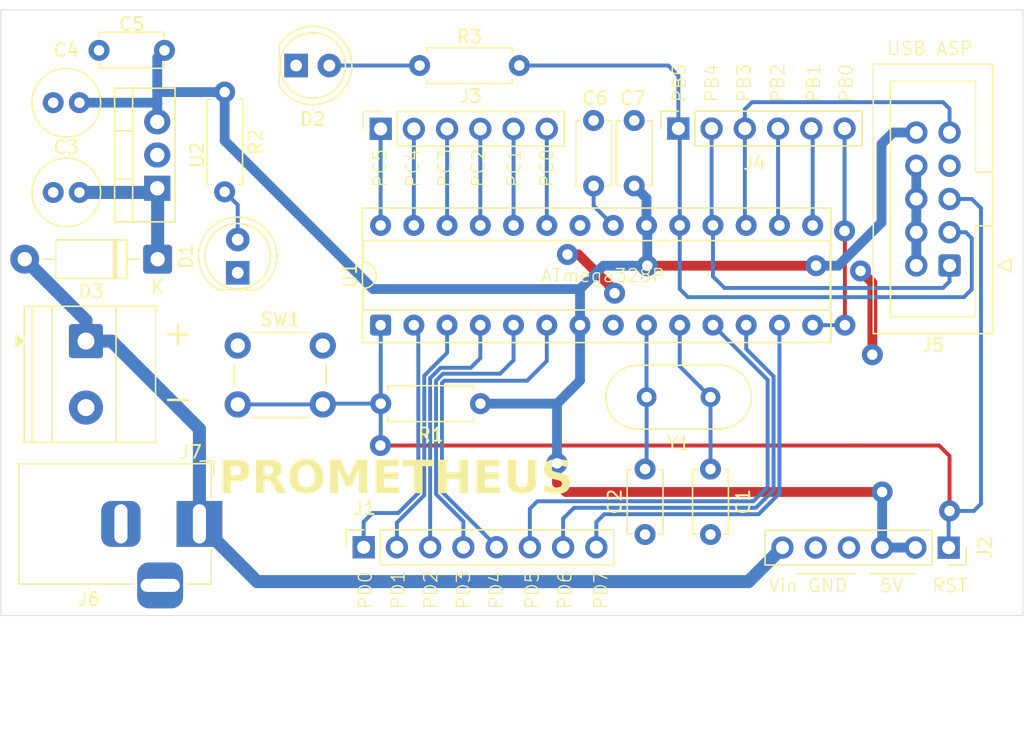
<source format=kicad_pcb>
(kicad_pcb (version 20241229) (generator "pcbnew") (generator_version "9.0")
  (title_block (title "Prometheus DevKit mk 1.1") (date "2026-01-13") (rev "1") (company "LIT - Laboratório de Inovação Tecnológica"))
  (layers (0 "F.Cu" signal) (2 "B.Cu" signal) (13 "F.Paste" user) (15 "B.Paste" user) (5 "F.SilkS" user "F.Silkscreen") (7 "B.SilkS" user "B.Silkscreen") (1 "F.Mask" user) (3 "B.Mask" user) (25 "Edge.Cuts" user))
  (net 0 "")
  (net 1 "/XTAL2")
  (net 2 "GND")
  (net 3 "/XTAL1")
  (net 4 "VCC")
  (net 5 "+5V")
  (net 6 "Net-(D1-A)")
  (net 7 "Net-(D2-A)")
  (net 8 "GPIO_PD7")
  (net 9 "GPIO_PD1")
  (net 10 "GPIO_PD2")
  (net 11 "GPIO_PD3")
  (net 12 "GPIO_PD5")
  (net 13 "GPIO_PD4")
  (net 14 "GPIO_PD6")
  (net 15 "GPIO_PD0")
  (net 16 "GPIO_PC1")
  (net 17 "GPIO_PC0")
  (net 18 "GPIO_PC3")
  (net 19 "GPIO_PC2")
  (net 20 "GPIO_PC5")
  (net 21 "GPIO_PC4")
  (net 22 "GPIO_PB0")
  (net 23 "GPIO_PB4")
  (net 24 "GPIO_PB5")
  (net 25 "GPIO_PB3")
  (net 26 "GPIO_PB1")
  (net 29 "Net-(U1-AREF)")
  (net 30 "GPIO_PB2")
  (net 31 "GPIO_RST")
  (net 32 "VCC_D_REG")
  (footprint "Connector_PinSocket_2.54mm:PinSocket_1x06_P2.54mm_Vertical" (layer "F.Cu") (at 164.575 80.515 90)
    (property "Reference" "J4" (at -2.625 5.825 180) (layer "F.SilkS"))
    (property "Value" "PORTB 01x06 Terminals")
    (fp_line (start 1.33 -1.33) (end 1.33 0) (stroke (width 0.12)) (layer "F.SilkS"))
    (fp_line (start 0 -1.33) (end 1.33 -1.33) (stroke (width 0.12)) (layer "F.SilkS"))
    (fp_line (start 1.33 1.27) (end 1.33 14.03) (stroke (width 0.12)) (layer "F.SilkS"))
    (fp_line (start -1.33 1.27) (end 1.33 1.27) (stroke (width 0.12)) (layer "F.SilkS"))
    (fp_line (start -1.33 1.27) (end -1.33 14.03) (stroke (width 0.12)) (layer "F.SilkS"))
    (fp_line (start -1.33 14.03) (end 1.33 14.03) (stroke (width 0.12)) (layer "F.SilkS"))
    (pad "1" thru_hole rect (at 0 0 90) (size 1.7 1.7) (drill 1) (layers "*.Cu" "*.Mask") (net 24 "GPIO_PB5"))
    (pad "2" thru_hole circle (at 0 2.54 90) (size 1.7 1.7) (drill 1) (layers "*.Cu" "*.Mask") (net 23 "GPIO_PB4"))
    (pad "3" thru_hole circle (at 0 5.08 90) (size 1.7 1.7) (drill 1) (layers "*.Cu" "*.Mask") (net 25 "GPIO_PB3"))
    (pad "4" thru_hole circle (at 0 7.62 90) (size 1.7 1.7) (drill 1) (layers "*.Cu" "*.Mask") (net 30 "GPIO_PB2"))
    (pad "5" thru_hole circle (at 0 10.16 90) (size 1.7 1.7) (drill 1) (layers "*.Cu" "*.Mask") (net 26 "GPIO_PB1"))
    (pad "6" thru_hole circle (at 0 12.7 90) (size 1.7 1.7) (drill 1) (layers "*.Cu" "*.Mask") (net 22 "GPIO_PB0"))
  )
  (footprint "Resistor_THT:R_Axial_DIN0207_L6.3mm_D2.5mm_P7.62mm_Horizontal" (layer "F.Cu") (at 152.42 75.7 180)
    (property "Reference" "R3" (at 3.81 2.2 0) (layer "F.SilkS"))
    (property "Value" "330R 5% 1/4W")
    (fp_line (start 7.08 1.37) (end 7.08 1.04) (stroke (width 0.12)) (layer "F.SilkS"))
    (fp_line (start 7.08 -1.37) (end 7.08 -1.04) (stroke (width 0.12)) (layer "F.SilkS"))
    (fp_line (start 0.54 1.37) (end 7.08 1.37) (stroke (width 0.12)) (layer "F.SilkS"))
    (fp_line (start 0.54 1.04) (end 0.54 1.37) (stroke (width 0.12)) (layer "F.SilkS"))
    (fp_line (start 0.54 -1.04) (end 0.54 -1.37) (stroke (width 0.12)) (layer "F.SilkS"))
    (fp_line (start 0.54 -1.37) (end 7.08 -1.37) (stroke (width 0.12)) (layer "F.SilkS"))
    (pad "1" thru_hole circle (at 0 0 180) (size 1.6 1.6) (drill 0.8) (layers "*.Cu" "*.Mask") (net 24 "GPIO_PB5"))
    (pad "2" thru_hole circle (at 7.62 0 180) (size 1.6 1.6) (drill 0.8) (layers "*.Cu" "*.Mask") (net 7 "Net-(D2-A)"))
  )
  (footprint "Capacitor_THT:C_Disc_D4.7mm_W2.5mm_P5.00mm" (layer "F.Cu") (at 162.03 106.54 -90)
    (property "Reference" "C2" (at 2.5 2.315 90) (layer "F.SilkS"))
    (property "Value" "22p 16V")
    (fp_line (start 0.03 1.37) (end 4.97 1.37) (stroke (width 0.12)) (layer "F.SilkS"))
    (fp_line (start 0.03 1.04) (end 0.03 1.37) (stroke (width 0.12)) (layer "F.SilkS"))
    (fp_line (start 4.97 1.04) (end 4.97 1.37) (stroke (width 0.12)) (layer "F.SilkS"))
    (fp_line (start 0.03 -1.37) (end 0.03 -1.04) (stroke (width 0.12)) (layer "F.SilkS"))
    (fp_line (start 0.03 -1.37) (end 4.97 -1.37) (stroke (width 0.12)) (layer "F.SilkS"))
    (fp_line (start 4.97 -1.37) (end 4.97 -1.04) (stroke (width 0.12)) (layer "F.SilkS"))
    (pad "1" thru_hole circle (at 0 0 270) (size 1.6 1.6) (drill 0.8) (layers "*.Cu" "*.Mask") (net 3 "/XTAL1"))
    (pad "2" thru_hole circle (at 5 0 270) (size 1.6 1.6) (drill 0.8) (layers "*.Cu" "*.Mask") (net 2 "GND"))
  )
  (footprint "Button_Switch_THT:SW_PUSH_6mm_H4.3mm" (layer "F.Cu") (at 130.9 97.1)
    (property "Reference" "SW1" (at 3.25 -2 0) (layer "F.SilkS"))
    (property "Value" "RST Push Button")
    (fp_line (start -0.25 1.5) (end -0.25 3) (stroke (width 0.12)) (layer "F.SilkS"))
    (fp_line (start 1 5.5) (end 5.5 5.5) (stroke (width 0.12)) (layer "F.SilkS"))
    (fp_line (start 5.5 -1) (end 1 -1) (stroke (width 0.12)) (layer "F.SilkS"))
    (fp_line (start 6.75 3) (end 6.75 1.5) (stroke (width 0.12)) (layer "F.SilkS"))
    (pad "1" thru_hole circle (at 0 0 90) (size 2 2) (drill 1.1) (layers "*.Cu" "*.Mask") (net 2 "GND"))
    (pad "1" thru_hole circle (at 6.5 0 90) (size 2 2) (drill 1.1) (layers "*.Cu" "*.Mask") (net 2 "GND"))
    (pad "2" thru_hole circle (at 0 4.5 90) (size 2 2) (drill 1.1) (layers "*.Cu" "*.Mask") (net 31 "GPIO_RST"))
    (pad "2" thru_hole circle (at 6.5 4.5 90) (size 2 2) (drill 1.1) (layers "*.Cu" "*.Mask") (net 31 "GPIO_RST"))
  )
  (footprint "Connector_BarrelJack:BarrelJack_Horizontal" (layer "F.Cu") (at 127.9725 110.7275)
    (property "Reference" "J6" (at -8.45 5.75 0) (layer "F.SilkS"))
    (property "Value" "Power Jack-P9")
    (fp_line (start -13.8 -4.6) (end 0.9 -4.6) (stroke (width 0.12)) (layer "F.SilkS"))
    (fp_line (start -13.8 4.6) (end -13.8 -4.6) (stroke (width 0.12)) (layer "F.SilkS"))
    (fp_line (start -5 4.6) (end -13.8 4.6) (stroke (width 0.12)) (layer "F.SilkS"))
    (fp_line (start 0.05 -4.8) (end 1.1 -4.8) (stroke (width 0.12)) (layer "F.SilkS"))
    (fp_line (start 0.9 -4.6) (end 0.9 -2) (stroke (width 0.12)) (layer "F.SilkS"))
    (fp_line (start 0.9 1.9) (end 0.9 4.6) (stroke (width 0.12)) (layer "F.SilkS"))
    (fp_line (start 0.9 4.6) (end -1 4.6) (stroke (width 0.12)) (layer "F.SilkS"))
    (fp_line (start 1.1 -3.75) (end 1.1 -4.8) (stroke (width 0.12)) (layer "F.SilkS"))
    (pad "1" thru_hole rect (at 0 0) (size 3.5 3.5) (drill oval 1 3) (layers "*.Cu" "*.Mask") (net 4 "VCC"))
    (pad "2" thru_hole roundrect (at -6 0) (size 3 3.5) (drill oval 1 3) (layers "*.Cu" "*.Mask") (net 2 "GND"))
    (pad "3" thru_hole roundrect (at -3 4.7) (size 3.5 3.5) (drill oval 3 1) (layers "*.Cu" "*.Mask"))
  )
  (footprint "Connector_PinSocket_2.54mm:PinSocket_1x08_P2.54mm_Vertical" (layer "F.Cu") (at 140.525 112.515 90)
    (property "Reference" "J1" (at 3 0.08 180) (layer "F.SilkS"))
    (property "Value" "PORTD Termianls")
    (fp_line (start 1.33 -1.33) (end 1.33 0) (stroke (width 0.12)) (layer "F.SilkS"))
    (fp_line (start 0 -1.33) (end 1.33 -1.33) (stroke (width 0.12)) (layer "F.SilkS"))
    (fp_line (start 1.33 1.27) (end 1.33 19.11) (stroke (width 0.12)) (layer "F.SilkS"))
    (fp_line (start -1.33 1.27) (end 1.33 1.27) (stroke (width 0.12)) (layer "F.SilkS"))
    (fp_line (start -1.33 1.27) (end -1.33 19.11) (stroke (width 0.12)) (layer "F.SilkS"))
    (fp_line (start -1.33 19.11) (end 1.33 19.11) (stroke (width 0.12)) (layer "F.SilkS"))
    (pad "1" thru_hole rect (at 0 0 90) (size 1.7 1.7) (drill 1) (layers "*.Cu" "*.Mask") (net 15 "GPIO_PD0"))
    (pad "2" thru_hole circle (at 0 2.54 90) (size 1.7 1.7) (drill 1) (layers "*.Cu" "*.Mask") (net 9 "GPIO_PD1"))
    (pad "3" thru_hole circle (at 0 5.08 90) (size 1.7 1.7) (drill 1) (layers "*.Cu" "*.Mask") (net 10 "GPIO_PD2"))
    (pad "4" thru_hole circle (at 0 7.62 90) (size 1.7 1.7) (drill 1) (layers "*.Cu" "*.Mask") (net 11 "GPIO_PD3"))
    (pad "5" thru_hole circle (at 0 10.16 90) (size 1.7 1.7) (drill 1) (layers "*.Cu" "*.Mask") (net 13 "GPIO_PD4"))
    (pad "6" thru_hole circle (at 0 12.7 90) (size 1.7 1.7) (drill 1) (layers "*.Cu" "*.Mask") (net 12 "GPIO_PD5"))
    (pad "7" thru_hole circle (at 0 15.24 90) (size 1.7 1.7) (drill 1) (layers "*.Cu" "*.Mask") (net 14 "GPIO_PD6"))
    (pad "8" thru_hole circle (at 0 17.78 90) (size 1.7 1.7) (drill 1) (layers "*.Cu" "*.Mask") (net 8 "GPIO_PD7"))
  )
  (footprint "Resistor_THT:R_Axial_DIN0207_L6.3mm_D2.5mm_P7.62mm_Horizontal" (layer "F.Cu") (at 149.45 101.54 180)
    (property "Reference" "R1" (at 3.81 -2.37 0) (layer "F.SilkS"))
    (property "Value" "10k 5% 1/4W")
    (fp_line (start 7.08 1.37) (end 7.08 1.04) (stroke (width 0.12)) (layer "F.SilkS"))
    (fp_line (start 7.08 -1.37) (end 7.08 -1.04) (stroke (width 0.12)) (layer "F.SilkS"))
    (fp_line (start 0.54 1.37) (end 7.08 1.37) (stroke (width 0.12)) (layer "F.SilkS"))
    (fp_line (start 0.54 1.04) (end 0.54 1.37) (stroke (width 0.12)) (layer "F.SilkS"))
    (fp_line (start 0.54 -1.04) (end 0.54 -1.37) (stroke (width 0.12)) (layer "F.SilkS"))
    (fp_line (start 0.54 -1.37) (end 7.08 -1.37) (stroke (width 0.12)) (layer "F.SilkS"))
    (pad "1" thru_hole circle (at 0 0 180) (size 1.6 1.6) (drill 0.8) (layers "*.Cu" "*.Mask") (net 5 "+5V"))
    (pad "2" thru_hole circle (at 7.62 0 180) (size 1.6 1.6) (drill 0.8) (layers "*.Cu" "*.Mask") (net 31 "GPIO_RST"))
  )
  (footprint "Package_TO_SOT_THT:TO-220-3_Vertical" (layer "F.Cu") (at 124.75 85.08 90)
    (property "Reference" "U2" (at 2.54 3.05 90) (layer "F.SilkS"))
    (property "Value" "LM7805 TO220")
    (fp_line (start 7.65 -3.26) (end 7.65 1.36) (stroke (width 0.12)) (layer "F.SilkS"))
    (fp_line (start 4.39 -3.26) (end 4.39 -1.88) (stroke (width 0.12)) (layer "F.SilkS"))
    (fp_line (start 0.69 -3.26) (end 0.69 -1.88) (stroke (width 0.12)) (layer "F.SilkS"))
    (fp_line (start -2.57 -3.26) (end 7.65 -3.26) (stroke (width 0.12)) (layer "F.SilkS"))
    (fp_line (start -2.57 -3.26) (end -2.57 1.36) (stroke (width 0.12)) (layer "F.SilkS"))
    (fp_line (start -2.57 -1.88) (end 7.65 -1.88) (stroke (width 0.12)) (layer "F.SilkS"))
    (fp_line (start -2.57 1.36) (end 7.65 1.36) (stroke (width 0.12)) (layer "F.SilkS"))
    (pad "1" thru_hole rect (at 0 0 90) (size 1.905 2) (drill 1.1) (layers "*.Cu" "*.Mask") (net 32 "VCC_D_REG"))
    (pad "2" thru_hole oval (at 2.54 0 90) (size 1.905 2) (drill 1.1) (layers "*.Cu" "*.Mask") (net 2 "GND"))
    (pad "3" thru_hole oval (at 5.08 0 90) (size 1.905 2) (drill 1.1) (layers "*.Cu" "*.Mask") (net 5 "+5V"))
  )
  (footprint "Connector_PinSocket_2.54mm:PinSocket_1x06_P2.54mm_Vertical" (layer "F.Cu") (at 141.82 80.54 90)
    (property "Reference" "J3" (at 2.5 6.88 0) (layer "F.SilkS"))
    (property "Value" "PORTC Terminals")
    (fp_line (start 1.33 -1.33) (end 1.33 0) (stroke (width 0.12)) (layer "F.SilkS"))
    (fp_line (start 0 -1.33) (end 1.33 -1.33) (stroke (width 0.12)) (layer "F.SilkS"))
    (fp_line (start 1.33 1.27) (end 1.33 14.03) (stroke (width 0.12)) (layer "F.SilkS"))
    (fp_line (start -1.33 1.27) (end 1.33 1.27) (stroke (width 0.12)) (layer "F.SilkS"))
    (fp_line (start -1.33 1.27) (end -1.33 14.03) (stroke (width 0.12)) (layer "F.SilkS"))
    (fp_line (start -1.33 14.03) (end 1.33 14.03) (stroke (width 0.12)) (layer "F.SilkS"))
    (pad "1" thru_hole rect (at 0 0 90) (size 1.7 1.7) (drill 1) (layers "*.Cu" "*.Mask") (net 20 "GPIO_PC5"))
    (pad "2" thru_hole circle (at 0 2.54 90) (size 1.7 1.7) (drill 1) (layers "*.Cu" "*.Mask") (net 21 "GPIO_PC4"))
    (pad "3" thru_hole circle (at 0 5.08 90) (size 1.7 1.7) (drill 1) (layers "*.Cu" "*.Mask") (net 18 "GPIO_PC3"))
    (pad "4" thru_hole circle (at 0 7.62 90) (size 1.7 1.7) (drill 1) (layers "*.Cu" "*.Mask") (net 19 "GPIO_PC2"))
    (pad "5" thru_hole circle (at 0 10.16 90) (size 1.7 1.7) (drill 1) (layers "*.Cu" "*.Mask") (net 16 "GPIO_PC1"))
    (pad "6" thru_hole circle (at 0 12.7 90) (size 1.7 1.7) (drill 1) (layers "*.Cu" "*.Mask") (net 17 "GPIO_PC0"))
  )
  (footprint "Capacitor_THT:C_Disc_D4.7mm_W2.5mm_P5.00mm" (layer "F.Cu") (at 167.03 106.54 -90)
    (property "Reference" "C1" (at 2.5 -2.5 90) (layer "F.SilkS"))
    (property "Value" "22p 16V")
    (fp_line (start 0.03 1.37) (end 4.97 1.37) (stroke (width 0.12)) (layer "F.SilkS"))
    (fp_line (start 0.03 1.04) (end 0.03 1.37) (stroke (width 0.12)) (layer "F.SilkS"))
    (fp_line (start 4.97 1.04) (end 4.97 1.37) (stroke (width 0.12)) (layer "F.SilkS"))
    (fp_line (start 0.03 -1.37) (end 0.03 -1.04) (stroke (width 0.12)) (layer "F.SilkS"))
    (fp_line (start 0.03 -1.37) (end 4.97 -1.37) (stroke (width 0.12)) (layer "F.SilkS"))
    (fp_line (start 4.97 -1.37) (end 4.97 -1.04) (stroke (width 0.12)) (layer "F.SilkS"))
    (pad "1" thru_hole circle (at 0 0 270) (size 1.6 1.6) (drill 0.8) (layers "*.Cu" "*.Mask") (net 1 "/XTAL2"))
    (pad "2" thru_hole circle (at 5 0 270) (size 1.6 1.6) (drill 0.8) (layers "*.Cu" "*.Mask") (net 2 "GND"))
  )
  (footprint "Resistor_THT:R_Axial_DIN0207_L6.3mm_D2.5mm_P7.62mm_Horizontal" (layer "F.Cu") (at 129.9 77.73 -90)
    (property "Reference" "R2" (at 3.81 -2.37 90) (layer "F.SilkS"))
    (property "Value" "330R 5% 1/4W")
    (fp_line (start 0.54 1.37) (end 7.08 1.37) (stroke (width 0.12)) (layer "F.SilkS"))
    (fp_line (start 7.08 1.37) (end 7.08 1.04) (stroke (width 0.12)) (layer "F.SilkS"))
    (fp_line (start 0.54 1.04) (end 0.54 1.37) (stroke (width 0.12)) (layer "F.SilkS"))
    (fp_line (start 0.54 -1.04) (end 0.54 -1.37) (stroke (width 0.12)) (layer "F.SilkS"))
    (fp_line (start 0.54 -1.37) (end 7.08 -1.37) (stroke (width 0.12)) (layer "F.SilkS"))
    (fp_line (start 7.08 -1.37) (end 7.08 -1.04) (stroke (width 0.12)) (layer "F.SilkS"))
    (pad "1" thru_hole circle (at 0 0 270) (size 1.6 1.6) (drill 0.8) (layers "*.Cu" "*.Mask") (net 5 "+5V"))
    (pad "2" thru_hole circle (at 7.62 0 270) (size 1.6 1.6) (drill 0.8) (layers "*.Cu" "*.Mask") (net 6 "Net-(D1-A)"))
  )
  (footprint "Capacitor_THT:C_Radial_D5.0mm_H11.0mm_P2.00mm" (layer "F.Cu") (at 118.8 85.4 180)
    (property "Reference" "C3" (at 1 3.44 0) (layer "F.SilkS"))
    (property "Value" "10uF 16V")
    (fp_circle (center 1 0) (end 3.62 0) (stroke (width 0.12)) (fill no) (layer "F.SilkS"))
    (pad "1" thru_hole circle (at 0 0 180) (size 1.6 1.6) (drill 0.8) (layers "*.Cu" "*.Mask") (net 32 "VCC_D_REG"))
    (pad "2" thru_hole circle (at 2 0 180) (size 1.6 1.6) (drill 0.8) (layers "*.Cu" "*.Mask") (net 2 "GND"))
  )
  (footprint "Crystal:Crystal_HC49-U_Vertical" (layer "F.Cu") (at 167.03 101.04 180)
    (property "Reference" "Y1" (at 2.44 -3.52 0) (layer "F.SilkS"))
    (property "Value" "Crystal 16Mhz")
    (fp_line (start -0.685 2.435) (end 5.565 2.435) (stroke (width 0.12)) (layer "F.SilkS"))
    (fp_line (start -0.685 -2.435) (end 5.565 -2.435) (stroke (width 0.12)) (layer "F.SilkS"))
    (fp_arc (start 5.565 -2.435) (mid 8 0) (end 5.565 2.435) (stroke (width 0.12)) (layer "F.SilkS"))
    (fp_arc (start -0.685 2.435) (mid -3.12 0) (end -0.685 -2.435) (stroke (width 0.12)) (layer "F.SilkS"))
    (pad "1" thru_hole circle (at 0 0 180) (size 1.5 1.5) (drill 0.8) (layers "*.Cu" "*.Mask") (net 1 "/XTAL2"))
    (pad "2" thru_hole circle (at 4.88 0 180) (size 1.5 1.5) (drill 0.8) (layers "*.Cu" "*.Mask") (net 3 "/XTAL1"))
  )
  (footprint "Diode_THT:D_DO-41_SOD81_P10.16mm_Horizontal" (layer "F.Cu") (at 124.78 90.5 180)
    (property "Reference" "D3" (at 5.08 -2.47 0) (layer "F.SilkS"))
    (property "Value" "1N4007")
    (fp_line (start 8.82 0) (end 7.8 0) (stroke (width 0.12)) (layer "F.SilkS"))
    (fp_line (start 3.38 -1.47) (end 3.38 1.47) (stroke (width 0.12)) (layer "F.SilkS"))
    (fp_line (start 3.26 -1.47) (end 3.26 1.47) (stroke (width 0.12)) (layer "F.SilkS"))
    (fp_line (start 3.14 -1.47) (end 3.14 1.47) (stroke (width 0.12)) (layer "F.SilkS"))
    (fp_line (start 1.34 0) (end 2.36 0) (stroke (width 0.12)) (layer "F.SilkS"))
    (fp_rect (start 2.36 -1.47) (end 7.8 1.47) (stroke (width 0.12)) (fill no) (layer "F.SilkS"))
    (fp_text user "K" (at 0 -2.1 0) (layer "F.SilkS"))
    (pad "1" thru_hole roundrect (at 0 0 180) (size 2.2 2.2) (drill 1.1) (layers "*.Cu" "*.Mask") (roundrect_rratio 0.113636) (net 32 "VCC_D_REG"))
    (pad "2" thru_hole circle (at 10.16 0 180) (size 2.2 2.2) (drill 1.1) (layers "*.Cu" "*.Mask") (net 4 "VCC"))
  )
  (footprint "Connector_PinSocket_2.54mm:PinSocket_1x06_P2.54mm_Vertical" (layer "F.Cu") (at 185.23 112.54 -90)
    (property "Reference" "J2" (at 0 -2.77 90) (layer "F.SilkS"))
    (property "Value" "Power Terminals")
    (fp_line (start -1.33 14.03) (end 1.33 14.03) (stroke (width 0.12)) (layer "F.SilkS"))
    (fp_line (start -1.33 1.27) (end -1.33 14.03) (stroke (width 0.12)) (layer "F.SilkS"))
    (fp_line (start -1.33 1.27) (end 1.33 1.27) (stroke (width 0.12)) (layer "F.SilkS"))
    (fp_line (start 1.33 1.27) (end 1.33 14.03) (stroke (width 0.12)) (layer "F.SilkS"))
    (fp_line (start 0 -1.33) (end 1.33 -1.33) (stroke (width 0.12)) (layer "F.SilkS"))
    (fp_line (start 1.33 -1.33) (end 1.33 0) (stroke (width 0.12)) (layer "F.SilkS"))
    (pad "1" thru_hole rect (at 0 0 270) (size 1.7 1.7) (drill 1) (layers "*.Cu" "*.Mask") (net 31 "GPIO_RST"))
    (pad "2" thru_hole circle (at 0 2.54 270) (size 1.7 1.7) (drill 1) (layers "*.Cu" "*.Mask") (net 5 "+5V"))
    (pad "3" thru_hole circle (at 0 5.08 270) (size 1.7 1.7) (drill 1) (layers "*.Cu" "*.Mask") (net 5 "+5V"))
    (pad "4" thru_hole circle (at 0 7.62 270) (size 1.7 1.7) (drill 1) (layers "*.Cu" "*.Mask") (net 2 "GND"))
    (pad "5" thru_hole circle (at 0 10.16 270) (size 1.7 1.7) (drill 1) (layers "*.Cu" "*.Mask") (net 2 "GND"))
    (pad "6" thru_hole circle (at 0 12.7 270) (size 1.7 1.7) (drill 1) (layers "*.Cu" "*.Mask") (net 4 "VCC"))
  )
  (footprint "LED_THT:LED_D5.0mm" (layer "F.Cu") (at 130.9 91.54 90)
    (property "Reference" "D1" (at 1.27 -3.96 90) (layer "F.SilkS"))
    (property "Value" "5mm 2V 8mA")
    (fp_line (start -1.29 -1.545) (end -1.29 1.545) (stroke (width 0.12)) (layer "F.SilkS"))
    (fp_arc (start -1.29 -1.54483) (mid 2.071779 -2.880495) (end 4.26 0) (stroke (width 0.12)) (layer "F.SilkS"))
    (fp_arc (start 4.26 0) (mid 2.071779 2.880495) (end -1.29 1.54483) (stroke (width 0.12)) (layer "F.SilkS"))
    (fp_circle (center 1.27 0) (end 3.77 0) (stroke (width 0.12)) (fill no) (layer "F.SilkS"))
    (pad "1" thru_hole rect (at 0 0 90) (size 1.8 1.8) (drill 0.9) (layers "*.Cu" "*.Mask") (net 2 "GND"))
    (pad "2" thru_hole circle (at 2.54 0 90) (size 1.8 1.8) (drill 0.9) (layers "*.Cu" "*.Mask") (net 6 "Net-(D1-A)"))
  )
  (footprint "Capacitor_THT:C_Disc_D4.7mm_W2.5mm_P5.00mm" (layer "F.Cu") (at 125.3 74.54 180)
    (property "Reference" "C5" (at 2.5 2 0) (layer "F.SilkS"))
    (property "Value" "100n 16V")
    (fp_line (start 4.97 1.04) (end 4.97 1.37) (stroke (width 0.12)) (layer "F.SilkS"))
    (fp_line (start 4.97 -1.37) (end 4.97 -1.04) (stroke (width 0.12)) (layer "F.SilkS"))
    (fp_line (start 0.03 1.37) (end 4.97 1.37) (stroke (width 0.12)) (layer "F.SilkS"))
    (fp_line (start 0.03 1.04) (end 0.03 1.37) (stroke (width 0.12)) (layer "F.SilkS"))
    (fp_line (start 0.03 -1.37) (end 4.97 -1.37) (stroke (width 0.12)) (layer "F.SilkS"))
    (fp_line (start 0.03 -1.37) (end 0.03 -1.04) (stroke (width 0.12)) (layer "F.SilkS"))
    (pad "1" thru_hole circle (at 0 0 180) (size 1.6 1.6) (drill 0.8) (layers "*.Cu" "*.Mask") (net 5 "+5V"))
    (pad "2" thru_hole circle (at 5 0 180) (size 1.6 1.6) (drill 0.8) (layers "*.Cu" "*.Mask") (net 2 "GND"))
  )
  (footprint "Connector_IDC:IDC-Header_2x05_P2.54mm_Vertical" (layer "F.Cu") (at 185.3 90.98 180)
    (property "Reference" "J5" (at 1.27 -6.1 180) (layer "F.SilkS"))
    (property "Value" "02x05 Pin_Header")
    (fp_line (start 5.83 15.37) (end -3.29 15.37) (stroke (width 0.12)) (layer "F.SilkS"))
    (fp_line (start 5.83 -5.21) (end 5.83 15.37) (stroke (width 0.12)) (layer "F.SilkS"))
    (fp_line (start 4.52 14.07) (end -1.98 14.07) (stroke (width 0.12)) (layer "F.SilkS"))
    (fp_line (start 4.52 -3.91) (end 4.52 14.07) (stroke (width 0.12)) (layer "F.SilkS"))
    (fp_line (start -1.98 14.07) (end -1.98 7.13) (stroke (width 0.12)) (layer "F.SilkS"))
    (fp_line (start -1.98 7.13) (end -1.98 7.13) (stroke (width 0.12)) (layer "F.SilkS"))
    (fp_line (start -1.98 7.13) (end -3.29 7.13) (stroke (width 0.12)) (layer "F.SilkS"))
    (fp_line (start -1.98 3.03) (end -1.98 -3.91) (stroke (width 0.12)) (layer "F.SilkS"))
    (fp_line (start -1.98 -3.91) (end 4.52 -3.91) (stroke (width 0.12)) (layer "F.SilkS"))
    (fp_line (start -3.29 15.37) (end -3.29 -5.21) (stroke (width 0.12)) (layer "F.SilkS"))
    (fp_line (start -3.29 3.03) (end -1.98 3.03) (stroke (width 0.12)) (layer "F.SilkS"))
    (fp_line (start -3.29 -5.21) (end 5.83 -5.21) (stroke (width 0.12)) (layer "F.SilkS"))
    (fp_line (start -3.68 0) (end -4.68 -0.5) (stroke (width 0.12)) (layer "F.SilkS"))
    (fp_line (start -4.68 0.5) (end -3.68 0) (stroke (width 0.12)) (layer "F.SilkS"))
    (fp_line (start -4.68 -0.5) (end -4.68 0.5) (stroke (width 0.12)) (layer "F.SilkS"))
    (pad "1" thru_hole roundrect (at 0 0 180) (size 1.7 1.7) (drill 1) (layers "*.Cu" "*.Mask") (roundrect_rratio 0.147059) (net 23 "GPIO_PB4"))
    (pad "2" thru_hole circle (at 2.54 0 180) (size 1.7 1.7) (drill 1) (layers "*.Cu" "*.Mask") (net 2 "GND"))
    (pad "3" thru_hole circle (at 0 2.54 180) (size 1.7 1.7) (drill 1) (layers "*.Cu" "*.Mask") (net 24 "GPIO_PB5"))
    (pad "4" thru_hole circle (at 2.54 2.54 180) (size 1.7 1.7) (drill 1) (layers "*.Cu" "*.Mask") (net 2 "GND"))
    (pad "5" thru_hole circle (at 0 5.08 180) (size 1.7 1.7) (drill 1) (layers "*.Cu" "*.Mask") (net 31 "GPIO_RST"))
    (pad "6" thru_hole circle (at 2.54 5.08 180) (size 1.7 1.7) (drill 1) (layers "*.Cu" "*.Mask") (net 2 "GND"))
    (pad "7" thru_hole circle (at 0 7.62 180) (size 1.7 1.7) (drill 1) (layers "*.Cu" "*.Mask"))
    (pad "8" thru_hole circle (at 2.54 7.62 180) (size 1.7 1.7) (drill 1) (layers "*.Cu" "*.Mask") (net 2 "GND"))
    (pad "9" thru_hole circle (at 0 10.16 180) (size 1.7 1.7) (drill 1) (layers "*.Cu" "*.Mask") (net 25 "GPIO_PB3"))
    (pad "10" thru_hole circle (at 2.54 10.16 180) (size 1.7 1.7) (drill 1) (layers "*.Cu" "*.Mask") (net 5 "+5V"))
  )
  (footprint "TerminalBlock_Phoenix:TerminalBlock_Phoenix_MKDS-1,5-2-5.08_1x02_P5.08mm_Horizontal" (layer "F.Cu") (at 119.3 96.76 -90)
    (property "Reference" "J7" (at 8.48 -8 0) (layer "F.SilkS"))
    (property "Value" "Power KRE")
    (fp_line (start -2.66 4.72) (end -0.3 4.72) (stroke (width 0.12)) (layer "F.SilkS"))
    (fp_line (start 0.3 4.72) (end 7.74 4.72) (stroke (width 0.12)) (layer "F.SilkS"))
    (fp_line (start -2.66 4.1) (end 7.74 4.1) (stroke (width 0.12)) (layer "F.SilkS"))
    (fp_line (start -2.66 2.6) (end 7.74 2.6) (stroke (width 0.12)) (layer "F.SilkS"))
    (fp_line (start -2.66 -2.3) (end 7.74 -2.3) (stroke (width 0.12)) (layer "F.SilkS"))
    (fp_line (start -2.66 -5.32) (end -2.66 4.72) (stroke (width 0.12)) (layer "F.SilkS"))
    (fp_line (start -2.66 -5.32) (end 7.74 -5.32) (stroke (width 0.12)) (layer "F.SilkS"))
    (fp_line (start 7.74 -5.32) (end 7.74 4.72) (stroke (width 0.12)) (layer "F.SilkS"))
    (fp_poly (pts (xy 0 4.72) (xy 0.44 5.33) (xy -0.44 5.33)) (stroke (width 0.12)) (fill yes) (layer "F.SilkS"))
    (pad "1" thru_hole roundrect (at 0 0 270) (size 2.6 2.6) (drill 1.3) (layers "*.Cu" "*.Mask") (roundrect_rratio 0.096154) (net 4 "VCC"))
    (pad "2" thru_hole circle (at 5.08 0 270) (size 2.6 2.6) (drill 1.3) (layers "*.Cu" "*.Mask") (net 2 "GND"))
  )
  (footprint "Capacitor_THT:C_Disc_D4.7mm_W2.5mm_P5.00mm" (layer "F.Cu") (at 158.1 84.9 90)
    (property "Reference" "C6" (at 6.7 0.1 180) (layer "F.SilkS"))
    (property "Value" "100n 16V")
    (fp_line (start 4.97 -1.37) (end 4.97 -1.04) (stroke (width 0.12)) (layer "F.SilkS"))
    (fp_line (start 0.03 -1.37) (end 4.97 -1.37) (stroke (width 0.12)) (layer "F.SilkS"))
    (fp_line (start 0.03 -1.37) (end 0.03 -1.04) (stroke (width 0.12)) (layer "F.SilkS"))
    (fp_line (start 4.97 1.04) (end 4.97 1.37) (stroke (width 0.12)) (layer "F.SilkS"))
    (fp_line (start 0.03 1.04) (end 0.03 1.37) (stroke (width 0.12)) (layer "F.SilkS"))
    (fp_line (start 0.03 1.37) (end 4.97 1.37) (stroke (width 0.12)) (layer "F.SilkS"))
    (pad "1" thru_hole circle (at 0 0 90) (size 1.6 1.6) (drill 0.8) (layers "*.Cu" "*.Mask") (net 29 "Net-(U1-AREF)"))
    (pad "2" thru_hole circle (at 5 0 90) (size 1.6 1.6) (drill 0.8) (layers "*.Cu" "*.Mask") (net 2 "GND"))
  )
  (footprint "Capacitor_THT:C_Disc_D4.7mm_W2.5mm_P5.00mm" (layer "F.Cu") (at 161.2 84.9 90)
    (property "Reference" "C7" (at 6.7 -0.1 180) (layer "F.SilkS"))
    (property "Value" "100n 16V")
    (fp_line (start 4.97 -1.37) (end 4.97 -1.04) (stroke (width 0.12)) (layer "F.SilkS"))
    (fp_line (start 0.03 -1.37) (end 4.97 -1.37) (stroke (width 0.12)) (layer "F.SilkS"))
    (fp_line (start 0.03 -1.37) (end 0.03 -1.04) (stroke (width 0.12)) (layer "F.SilkS"))
    (fp_line (start 4.97 1.04) (end 4.97 1.37) (stroke (width 0.12)) (layer "F.SilkS"))
    (fp_line (start 0.03 1.04) (end 0.03 1.37) (stroke (width 0.12)) (layer "F.SilkS"))
    (fp_line (start 0.03 1.37) (end 4.97 1.37) (stroke (width 0.12)) (layer "F.SilkS"))
    (pad "1" thru_hole circle (at 0 0 90) (size 1.6 1.6) (drill 0.8) (layers "*.Cu" "*.Mask") (net 5 "+5V"))
    (pad "2" thru_hole circle (at 5 0 90) (size 1.6 1.6) (drill 0.8) (layers "*.Cu" "*.Mask") (net 2 "GND"))
  )
  (footprint "Capacitor_THT:C_Radial_D5.0mm_H11.0mm_P2.00mm" (layer "F.Cu") (at 118.8 78.54 180)
    (property "Reference" "C4" (at 1 4 0) (layer "F.SilkS"))
    (property "Value" "10uF 16V")
    (fp_circle (center 1 0) (end 3.62 0) (stroke (width 0.12)) (fill no) (layer "F.SilkS"))
    (pad "1" thru_hole circle (at 0 0 180) (size 1.6 1.6) (drill 0.8) (layers "*.Cu" "*.Mask") (net 5 "+5V"))
    (pad "2" thru_hole circle (at 2 0 180) (size 1.6 1.6) (drill 0.8) (layers "*.Cu" "*.Mask") (net 2 "GND"))
  )
  (footprint "Package_DIP:DIP-28_W7.62mm_Socket" (layer "F.Cu") (at 141.82 95.54 90)
    (property "Reference" "U1" (at 3.81 -2.33 90) (layer "F.SilkS"))
    (property "Value" "ATmega328-P")
    (fp_line (start 6.46 -1.33) (end 4.81 -1.33) (stroke (width 0.12)) (layer "F.SilkS"))
    (fp_line (start 2.81 -1.33) (end 1.16 -1.33) (stroke (width 0.12)) (layer "F.SilkS"))
    (fp_line (start 1.16 -1.33) (end 1.16 34.35) (stroke (width 0.12)) (layer "F.SilkS"))
    (fp_line (start 6.46 34.35) (end 6.46 -1.33) (stroke (width 0.12)) (layer "F.SilkS"))
    (fp_line (start 1.16 34.35) (end 6.46 34.35) (stroke (width 0.12)) (layer "F.SilkS"))
    (fp_rect (start -1.33 -1.39) (end 8.95 34.41) (stroke (width 0.12)) (fill no) (layer "F.SilkS"))
    (fp_arc (start 4.81 -1.33) (mid 3.81 -0.33) (end 2.81 -1.33) (stroke (width 0.12)) (layer "F.SilkS"))
    (pad "1" thru_hole roundrect (at 0 0 90) (size 1.6 1.6) (drill 0.8) (layers "*.Cu" "*.Mask") (roundrect_rratio 0.15625) (net 31 "GPIO_RST"))
    (pad "2" thru_hole circle (at 0 2.54 90) (size 1.6 1.6) (drill 0.8) (layers "*.Cu" "*.Mask") (net 15 "GPIO_PD0"))
    (pad "3" thru_hole circle (at 0 5.08 90) (size 1.6 1.6) (drill 0.8) (layers "*.Cu" "*.Mask") (net 9 "GPIO_PD1"))
    (pad "4" thru_hole circle (at 0 7.62 90) (size 1.6 1.6) (drill 0.8) (layers "*.Cu" "*.Mask") (net 10 "GPIO_PD2"))
    (pad "5" thru_hole circle (at 0 10.16 90) (size 1.6 1.6) (drill 0.8) (layers "*.Cu" "*.Mask") (net 11 "GPIO_PD3"))
    (pad "6" thru_hole circle (at 0 12.7 90) (size 1.6 1.6) (drill 0.8) (layers "*.Cu" "*.Mask") (net 13 "GPIO_PD4"))
    (pad "7" thru_hole circle (at 0 15.24 90) (size 1.6 1.6) (drill 0.8) (layers "*.Cu" "*.Mask") (net 5 "+5V"))
    (pad "8" thru_hole circle (at 0 17.78 90) (size 1.6 1.6) (drill 0.8) (layers "*.Cu" "*.Mask") (net 2 "GND"))
    (pad "9" thru_hole circle (at 0 20.32 90) (size 1.6 1.6) (drill 0.8) (layers "*.Cu" "*.Mask") (net 3 "/XTAL1"))
    (pad "10" thru_hole circle (at 0 22.86 90) (size 1.6 1.6) (drill 0.8) (layers "*.Cu" "*.Mask") (net 1 "/XTAL2"))
    (pad "11" thru_hole circle (at 0 25.4 90) (size 1.6 1.6) (drill 0.8) (layers "*.Cu" "*.Mask") (net 12 "GPIO_PD5"))
    (pad "12" thru_hole circle (at 0 27.94 90) (size 1.6 1.6) (drill 0.8) (layers "*.Cu" "*.Mask") (net 14 "GPIO_PD6"))
    (pad "13" thru_hole circle (at 0 30.48 90) (size 1.6 1.6) (drill 0.8) (layers "*.Cu" "*.Mask") (net 8 "GPIO_PD7"))
    (pad "14" thru_hole circle (at 0 33.02 90) (size 1.6 1.6) (drill 0.8) (layers "*.Cu" "*.Mask") (net 22 "GPIO_PB0"))
    (pad "15" thru_hole circle (at 7.62 33.02 90) (size 1.6 1.6) (drill 0.8) (layers "*.Cu" "*.Mask") (net 26 "GPIO_PB1"))
    (pad "16" thru_hole circle (at 7.62 30.48 90) (size 1.6 1.6) (drill 0.8) (layers "*.Cu" "*.Mask") (net 30 "GPIO_PB2"))
    (pad "17" thru_hole circle (at 7.62 27.94 90) (size 1.6 1.6) (drill 0.8) (layers "*.Cu" "*.Mask") (net 25 "GPIO_PB3"))
    (pad "18" thru_hole circle (at 7.62 25.4 90) (size 1.6 1.6) (drill 0.8) (layers "*.Cu" "*.Mask") (net 23 "GPIO_PB4"))
    (pad "19" thru_hole circle (at 7.62 22.86 90) (size 1.6 1.6) (drill 0.8) (layers "*.Cu" "*.Mask") (net 24 "GPIO_PB5"))
    (pad "20" thru_hole circle (at 7.62 20.32 90) (size 1.6 1.6) (drill 0.8) (layers "*.Cu" "*.Mask") (net 5 "+5V"))
    (pad "21" thru_hole circle (at 7.62 17.78 90) (size 1.6 1.6) (drill 0.8) (layers "*.Cu" "*.Mask") (net 29 "Net-(U1-AREF)"))
    (pad "22" thru_hole circle (at 7.62 15.24 90) (size 1.6 1.6) (drill 0.8) (layers "*.Cu" "*.Mask") (net 2 "GND"))
    (pad "23" thru_hole circle (at 7.62 12.7 90) (size 1.6 1.6) (drill 0.8) (layers "*.Cu" "*.Mask") (net 17 "GPIO_PC0"))
    (pad "24" thru_hole circle (at 7.62 10.16 90) (size 1.6 1.6) (drill 0.8) (layers "*.Cu" "*.Mask") (net 16 "GPIO_PC1"))
    (pad "25" thru_hole circle (at 7.62 7.62 90) (size 1.6 1.6) (drill 0.8) (layers "*.Cu" "*.Mask") (net 19 "GPIO_PC2"))
    (pad "26" thru_hole circle (at 7.62 5.08 90) (size 1.6 1.6) (drill 0.8) (layers "*.Cu" "*.Mask") (net 18 "GPIO_PC3"))
    (pad "27" thru_hole circle (at 7.62 2.54 90) (size 1.6 1.6) (drill 0.8) (layers "*.Cu" "*.Mask") (net 21 "GPIO_PC4"))
    (pad "28" thru_hole circle (at 7.62 0 90) (size 1.6 1.6) (drill 0.8) (layers "*.Cu" "*.Mask") (net 20 "GPIO_PC5"))
  )
  (footprint "LED_THT:LED_D5.0mm" (layer "F.Cu") (at 135.36 75.7)
    (property "Reference" "D2" (at 1.27 4.1 0) (layer "F.SilkS"))
    (property "Value" "5mm 2V 8mA")
    (fp_line (start -1.29 -1.545) (end -1.29 1.545) (stroke (width 0.12)) (layer "F.SilkS"))
    (fp_arc (start -1.29 -1.54483) (mid 2.071779 -2.880495) (end 4.26 0) (stroke (width 0.12)) (layer "F.SilkS"))
    (fp_arc (start 4.26 0) (mid 2.071779 2.880495) (end -1.29 1.54483) (stroke (width 0.12)) (layer "F.SilkS"))
    (fp_circle (center 1.27 0) (end 3.77 0) (stroke (width 0.12)) (fill no) (layer "F.SilkS"))
    (pad "1" thru_hole rect (at 0 0) (size 1.8 1.8) (drill 0.9) (layers "*.Cu" "*.Mask") (net 2 "GND"))
    (pad "2" thru_hole circle (at 2.54 0) (size 1.8 1.8) (drill 0.9) (layers "*.Cu" "*.Mask") (net 7 "Net-(D2-A)"))
  )
  (gr_line (start 179.15 114.54) (end 182.65 114.54) (stroke (width 0.1)) (layer "F.SilkS"))
  (gr_line (start 173.65 114.54) (end 178.15 114.54) (stroke (width 0.1)) (layer "F.SilkS"))
  (gr_line (start 190.9 117.74) (end 190.9 71.44) (stroke (width 0.05)) (layer "Edge.Cuts"))
  (gr_line (start 190.9 71.44) (end 112.8 71.44) (stroke (width 0.05)) (layer "Edge.Cuts"))
  (gr_line (start 112.8 71.44) (end 112.8 117.74) (stroke (width 0.05)) (layer "Edge.Cuts"))
  (gr_line (start 112.8 117.74) (end 190.9 117.74) (stroke (width 0.05)) (layer "Edge.Cuts"))
  (gr_text "USB ASP" (at 183.8 74.4 0) (layer "F.SilkS") (effects (font (size 1 1) (thickness 0.1))))
  (gr_text "PB3" (at 169.6 77.04 90) (layer "F.SilkS") (effects (font (size 1 1) (thickness 0.1))))
  (gr_text "PB1\n" (at 174.9 77.04 90) (layer "F.SilkS") (effects (font (size 1 1) (thickness 0.1))))
  (gr_text "+" (at 124.9725 97.27 0) (layer "F.SilkS") (effects (font (size 2 2) (thickness 0.2) (bold yes)) (justify left bottom)))
  (gr_text "PB0" (at 177.4 77.04 90) (layer "F.SilkS") (effects (font (size 1 1) (thickness 0.1))))
  (gr_text "PB4" (at 167.15 77.04 90) (layer "F.SilkS") (effects (font (size 1 1) (thickness 0.1))))
  (gr_text "PC2" (at 149.3 83.54 90) (layer "F.SilkS") (effects (font (size 1 1) (thickness 0.1))))
  (gr_text "-" (at 124.9725 102.27 0) (layer "F.SilkS") (effects (font (size 2 2) (thickness 0.2) (bold yes)) (justify left bottom)))
  (gr_text "PD2" (at 145.65 115.79 90) (layer "F.SilkS") (effects (font (size 1 1) (thickness 0.1))))
  (gr_text "PROMETHEUS" (at 129.4 108.8 0) (layer "F.SilkS") (effects (font (size 2.5 2.5) (thickness 0.2) (bold yes)) (justify left bottom)))
  (gr_text "RST" (at 183.9 116.04 0) (layer "F.SilkS") (effects (font (size 1 1) (thickness 0.1)) (justify left bottom)))
  (gr_text "PD1\n" (at 143.15 115.79 90) (layer "F.SilkS") (effects (font (size 1 1) (thickness 0.1))))
  (gr_text "PB2" (at 172.175 77.04 90) (layer "F.SilkS") (effects (font (size 1 1) (thickness 0.1))))
  (gr_text "PC4" (at 144.275 83.54 90) (layer "F.SilkS") (effects (font (size 1 1) (thickness 0.1))))
  (gr_text "PC3" (at 146.725 83.54 90) (layer "F.SilkS") (effects (font (size 1 1) (thickness 0.1))))
  (gr_text "PC0" (at 154.525 83.54 90) (layer "F.SilkS") (effects (font (size 1 1) (thickness 0.1))))
  (gr_text "PC1\n" (at 152.025 83.54 90) (layer "F.SilkS") (effects (font (size 1 1) (thickness 0.1))))
  (gr_text "PD7" (at 158.65 115.79 90) (layer "F.SilkS") (effects (font (size 1 1) (thickness 0.1))))
  (gr_text "Vin" (at 171.4 116.04 0) (layer "F.SilkS") (effects (font (size 1 1) (thickness 0.1)) (justify left bottom)))
  (gr_text "5V" (at 179.9 116.04 0) (layer "F.SilkS") (effects (font (size 1 1) (thickness 0.1)) (justify left bottom)))
  (gr_text "PD4" (at 150.65 115.79 90) (layer "F.SilkS") (effects (font (size 1 1) (thickness 0.1))))
  (gr_text "PC5" (at 141.775 83.54 90) (layer "F.SilkS") (effects (font (size 1 1) (thickness 0.1))))
  (gr_text "ATmega328P" (at 154 92.34 0) (layer "F.SilkS") (effects (font (size 1 1) (thickness 0.1)) (justify left bottom)))
  (gr_text "PD5" (at 153.4 115.79 90) (layer "F.SilkS") (effects (font (size 1 1) (thickness 0.1))))
  (gr_text "PD6" (at 155.9 115.79 90) (layer "F.SilkS") (effects (font (size 1 1) (thickness 0.1))))
  (gr_text "GND" (at 174.4 116.04 0) (layer "F.SilkS") (effects (font (size 1 1) (thickness 0.1)) (justify left bottom)))
  (gr_text "PB5" (at 164.65 77.04 90) (layer "F.SilkS") (effects (font (size 1 1) (thickness 0.1))))
  (gr_text "PD0" (at 140.65 115.79 90) (layer "F.SilkS") (effects (font (size 1 1) (thickness 0.1))))
  (gr_text "PD3" (at 148.15 115.79 90) (layer "F.SilkS") (effects (font (size 1 1) (thickness 0.1))))
  (segment (start 164.68 98.69) (end 167.03 101.04) (width 0.3) (layer "B.Cu") (net 1))
  (segment (start 164.68 95.54) (end 164.68 98.69) (width 0.3) (layer "B.Cu") (net 1))
  (segment (start 167.03 101.04) (end 167.03 106.54) (width 0.3) (layer "B.Cu") (net 1))
  (segment (start 179.4 92.3) (end 178.5 91.4) (width 0.75) (layer "F.Cu") (net 2))
  (segment (start 159.7 92.9) (end 156.94 90.14) (width 0.75) (layer "F.Cu") (net 2))
  (segment (start 179.4 97.8) (end 179.4 92.3) (width 0.75) (layer "F.Cu") (net 2))
  (segment (start 156.94 90.14) (end 156.1 90.14) (width 0.75) (layer "F.Cu") (net 2))
  (segment (start 159.7 93.1) (end 159.7 92.9) (width 0.75) (layer "F.Cu") (net 2))
  (via (at 159.7 93.1) (size 1.6) (drill 0.8) (layers "F.Cu" "B.Cu") (net 2))
  (via (at 178.5 91.4) (size 1.6) (drill 0.8) (layers "F.Cu" "B.Cu") (net 2))
  (via (at 179.4 97.8) (size 1.6) (drill 0.8) (layers "F.Cu" "B.Cu") (net 2))
  (via (at 156.1 90.14) (size 1.6) (drill 0.8) (layers "F.Cu" "B.Cu") (net 2))
  (segment (start 182.76 90.98) (end 182.76 83.36) (width 0.75) (layer "B.Cu") (net 2))
  (segment (start 162.14 101.03) (end 162.15 101.04) (width 0.3) (layer "B.Cu") (net 3))
  (segment (start 162.15 101.04) (end 162.15 106.42) (width 0.3) (layer "B.Cu") (net 3))
  (segment (start 162.15 106.42) (end 162.03 106.54) (width 0.3) (layer "B.Cu") (net 3))
  (segment (start 162.14 95.54) (end 162.14 101.03) (width 0.3) (layer "B.Cu") (net 3))
  (segment (start 121.26 96.76) (end 119.3 96.76) (width 1) (layer "B.Cu") (net 4))
  (segment (start 169.93 115.14) (end 172.53 112.54) (width 1) (layer "B.Cu") (net 4))
  (segment (start 127.9725 110.7275) (end 127.9725 103.4725) (width 1) (layer "B.Cu") (net 4))
  (segment (start 132.385 115.14) (end 169.93 115.14) (width 1) (layer "B.Cu") (net 4))
  (segment (start 127.9725 110.7275) (end 132.385 115.14) (width 1) (layer "B.Cu") (net 4))
  (segment (start 127.9725 103.4725) (end 121.26 96.76) (width 1) (layer "B.Cu") (net 4))
  (segment (start 119.3 96.76) (end 119.3 95.18) (width 1) (layer "B.Cu") (net 4))
  (segment (start 119.3 95.18) (end 114.62 90.5) (width 1) (layer "B.Cu") (net 4))
  (segment (start 162.2 91) (end 175.1 91) (width 0.75) (layer "F.Cu") (net 5))
  (segment (start 155.99 108.29) (end 180.15 108.29) (width 0.75) (layer "F.Cu") (net 5))
  (segment (start 155.3 106.1) (end 155.3 107.6) (width 0.75) (layer "F.Cu") (net 5))
  (segment (start 155.3 107.6) (end 155.99 108.29) (width 0.75) (layer "F.Cu") (net 5))
  (via (at 180.15 108.29) (size 1.6) (drill 0.8) (layers "F.Cu" "B.Cu") (net 5))
  (via (at 175.1 91) (size 1.6) (drill 0.8) (layers "F.Cu" "B.Cu") (net 5))
  (via (at 162.2 91) (size 1.6) (drill 0.8) (layers "F.Cu" "B.Cu") (net 5))
  (via (at 155.3 106.1) (size 1.6) (drill 0.8) (layers "F.Cu" "B.Cu") (net 5))
  (segment (start 180.15 108.29) (end 180.2 108.24) (width 0.75) (layer "B.Cu") (net 5))
  (segment (start 162.2 87.98) (end 162.14 87.92) (width 0.75) (layer "B.Cu") (net 5))
  (segment (start 141.24 92.78) (end 157.06 92.78) (width 0.75) (layer "B.Cu") (net 5))
  (segment (start 129.9 77.73) (end 129.9 81.44) (width 0.75) (layer "B.Cu") (net 5))
  (segment (start 156.35 100.49) (end 157.06 99.78) (width 0.75) (layer "B.Cu") (net 5))
  (segment (start 158.84 91) (end 162.2 91) (width 0.75) (layer "B.Cu") (net 5))
  (segment (start 182.7 112.53) (end 182.69 112.54) (width 0.75) (layer "B.Cu") (net 5))
  (segment (start 129.9 81.44) (end 141.24 92.78) (width 0.75) (layer "B.Cu") (net 5))
  (segment (start 149.45 101.54) (end 155.3 101.54) (width 0.75) (layer "B.Cu") (net 5))
  (segment (start 176.8 91) (end 180.1 87.7) (width 0.75) (layer "B.Cu") (net 5))
  (segment (start 124.84 77.73) (end 124.75 77.64) (width 0.75) (layer "B.Cu") (net 5))
  (segment (start 129.9 77.73) (end 124.84 77.73) (width 0.75) (layer "B.Cu") (net 5))
  (segment (start 155.3 106.1) (end 155.3 101.54) (width 0.75) (layer "B.Cu") (net 5))
  (segment (start 124.75 77.64) (end 124.75 75.09) (width 0.75) (layer "B.Cu") (net 5))
  (segment (start 124.75 80) (end 124.75 78.54) (width 0.75) (layer "B.Cu") (net 5))
  (segment (start 157.06 92.78) (end 158.84 91) (width 0.75) (layer "B.Cu") (net 5))
  (segment (start 180.1 87.7) (end 180.1 81.7) (width 0.75) (layer "B.Cu") (net 5))
  (segment (start 180.15 112.54) (end 182.69 112.54) (width 0.75) (layer "B.Cu") (net 5))
  (segment (start 180.15 108.29) (end 180.15 112.54) (width 0.75) (layer "B.Cu") (net 5))
  (segment (start 162.14 85.84) (end 161.2 84.9) (width 0.75) (layer "B.Cu") (net 5))
  (segment (start 124.75 78.54) (end 124.75 77.64) (width 0.75) (layer "B.Cu") (net 5))
  (segment (start 124.75 75.09) (end 125.3 74.54) (width 0.75) (layer "B.Cu") (net 5))
  (segment (start 162.14 87.92) (end 162.14 85.84) (width 0.75) (layer "B.Cu") (net 5))
  (segment (start 180.1 81.7) (end 180.98 80.82) (width 0.75) (layer "B.Cu") (net 5))
  (segment (start 162.2 91) (end 162.2 87.98) (width 0.75) (layer "B.Cu") (net 5))
  (segment (start 180.98 80.82) (end 182.76 80.82) (width 0.75) (layer "B.Cu") (net 5))
  (segment (start 118.8 78.54) (end 124.75 78.54) (width 0.75) (layer "B.Cu") (net 5))
  (segment (start 157.06 99.78) (end 157.06 95.54) (width 0.75) (layer "B.Cu") (net 5))
  (segment (start 175.1 91) (end 176.8 91) (width 0.75) (layer "B.Cu") (net 5))
  (segment (start 155.3 101.54) (end 156.35 100.49) (width 0.75) (layer "B.Cu") (net 5))
  (segment (start 157.06 95.54) (end 157.06 92.78) (width 0.75) (layer "B.Cu") (net 5))
  (segment (start 130.9 86.35) (end 129.9 85.35) (width 0.3) (layer "B.Cu") (net 6))
  (segment (start 130.9 89) (end 130.9 86.35) (width 0.3) (layer "B.Cu") (net 6))
  (segment (start 144.8 75.7) (end 137.9 75.7) (width 0.3) (layer "B.Cu") (net 7))
  (segment (start 158.911 109.989) (end 170.711 109.989) (width 0.3) (layer "B.Cu") (net 8))
  (segment (start 172.3 108.4) (end 172.3 95.54) (width 0.3) (layer "B.Cu") (net 8))
  (segment (start 170.711 109.989) (end 172.3 108.4) (width 0.3) (layer "B.Cu") (net 8))
  (segment (start 158.305 112.515) (end 158.305 110.595) (width 0.3) (layer "B.Cu") (net 8))
  (segment (start 158.305 110.595) (end 158.911 109.989) (width 0.3) (layer "B.Cu") (net 8))
  (segment (start 143.065 110.635) (end 145.154 108.546) (width 0.3) (layer "B.Cu") (net 9))
  (segment (start 143.065 112.515) (end 143.065 110.635) (width 0.3) (layer "B.Cu") (net 9))
  (segment (start 145.3 99.26219) (end 145.3 99.25) (width 0.3) (layer "B.Cu") (net 9))
  (segment (start 145.154 99.40819) (end 145.3 99.26219) (width 0.3) (layer "B.Cu") (net 9))
  (segment (start 146.9 97.65) (end 146.9 95.54) (width 0.3) (layer "B.Cu") (net 9))
  (segment (start 145.3 99.25) (end 146.9 97.65) (width 0.3) (layer "B.Cu") (net 9))
  (segment (start 145.154 108.546) (end 145.154 99.40819) (width 0.3) (layer "B.Cu") (net 9))
  (segment (start 145.605 99.595) (end 146.4 98.8) (width 0.3) (layer "B.Cu") (net 10))
  (segment (start 149.44 98.06) (end 149.44 95.54) (width 0.3) (layer "B.Cu") (net 10))
  (segment (start 145.9 112.22) (end 145.605 112.515) (width 0.3) (layer "B.Cu") (net 10))
  (segment (start 145.605 112.515) (end 145.605 99.595) (width 0.3) (layer "B.Cu") (net 10))
  (segment (start 146.4 98.8) (end 148.7 98.8) (width 0.3) (layer "B.Cu") (net 10))
  (segment (start 148.7 98.8) (end 149.44 98.06) (width 0.3) (layer "B.Cu") (net 10))
  (segment (start 148.145 110.545) (end 148.145 112.515) (width 0.3) (layer "B.Cu") (net 11))
  (segment (start 146.056 108.456) (end 148.145 110.545) (width 0.3) (layer "B.Cu") (net 11))
  (segment (start 151.98 98.22) (end 150.949 99.251) (width 0.3) (layer "B.Cu") (net 11))
  (segment (start 146.58681 99.251) (end 146.056 99.78181) (width 0.3) (layer "B.Cu") (net 11))
  (segment (start 150.949 99.251) (end 146.58681 99.251) (width 0.3) (layer "B.Cu") (net 11))
  (segment (start 151.98 95.54) (end 151.98 98.22) (width 0.3) (layer "B.Cu") (net 11))
  (segment (start 146.056 99.78181) (end 146.056 108.456) (width 0.3) (layer "B.Cu") (net 11))
  (segment (start 153.225 112.515) (end 153.225 109.575) (width 0.3) (layer "B.Cu") (net 12))
  (segment (start 170.3 109) (end 171.398 107.902) (width 0.3) (layer "B.Cu") (net 12))
  (segment (start 153.8 109) (end 170.3 109) (width 0.3) (layer "B.Cu") (net 12))
  (segment (start 171.398 99.718) (end 167.22 95.54) (width 0.3) (layer "B.Cu") (net 12))
  (segment (start 171.398 107.902) (end 171.398 99.718) (width 0.3) (layer "B.Cu") (net 12))
  (segment (start 153.225 109.575) (end 153.8 109) (width 0.3) (layer "B.Cu") (net 12))
  (segment (start 153.01219 99.78781) (end 154.52 98.28) (width 0.3) (layer "B.Cu") (net 13))
  (segment (start 150.685 112.44719) (end 146.507 108.26919) (width 0.3) (layer "B.Cu") (net 13))
  (segment (start 146.507 99.96862) (end 146.68781 99.78781) (width 0.3) (layer "B.Cu") (net 13))
  (segment (start 150.685 112.515) (end 150.685 112.44719) (width 0.3) (layer "B.Cu") (net 13))
  (segment (start 146.68781 99.78781) (end 153.01219 99.78781) (width 0.3) (layer "B.Cu") (net 13))
  (segment (start 146.507 108.26919) (end 146.507 99.96862) (width 0.3) (layer "B.Cu") (net 13))
  (segment (start 154.52 98.28) (end 154.52 95.54) (width 0.3) (layer "B.Cu") (net 13))
  (segment (start 171.849 99.449) (end 171.849 108.151) (width 0.3) (layer "B.Cu") (net 14))
  (segment (start 169.76 95.54) (end 169.76 97.36) (width 0.3) (layer "B.Cu") (net 14))
  (segment (start 170.5 109.5) (end 156.6 109.5) (width 0.3) (layer "B.Cu") (net 14))
  (segment (start 155.765 110.335) (end 155.765 112.515) (width 0.3) (layer "B.Cu") (net 14))
  (segment (start 171.849 108.151) (end 170.5 109.5) (width 0.3) (layer "B.Cu") (net 14))
  (segment (start 169.76 97.36) (end 171.849 99.449) (width 0.3) (layer "B.Cu") (net 14))
  (segment (start 156.6 109.5) (end 155.765 110.335) (width 0.3) (layer "B.Cu") (net 14))
  (segment (start 140.525 112.515) (end 140.525 110.575) (width 0.3) (layer "B.Cu") (net 15))
  (segment (start 144.7 108.36219) (end 144.7 95.88) (width 0.3) (layer "B.Cu") (net 15))
  (segment (start 141.2 109.9) (end 143.16219 109.9) (width 0.3) (layer "B.Cu") (net 15))
  (segment (start 144.5 95.68) (end 144.36 95.54) (width 0.3) (layer "B.Cu") (net 15))
  (segment (start 143.16219 109.9) (end 144.7 108.36219) (width 0.3) (layer "B.Cu") (net 15))
  (segment (start 140.525 110.575) (end 141.2 109.9) (width 0.3) (layer "B.Cu") (net 15))
  (segment (start 144.7 95.88) (end 144.36 95.54) (width 0.3) (layer "B.Cu") (net 15))
  (segment (start 151.98 80.54) (end 151.98 87.92) (width 0.3) (layer "B.Cu") (net 16))
  (segment (start 154.52 87.92) (end 154.52 80.54) (width 0.3) (layer "B.Cu") (net 17))
  (segment (start 146.9 80.54) (end 146.9 87.92) (width 0.3) (layer "B.Cu") (net 18))
  (segment (start 149.44 87.92) (end 149.44 80.54) (width 0.3) (layer "B.Cu") (net 19))
  (segment (start 141.82 80.54) (end 141.82 87.92) (width 0.3) (layer "B.Cu") (net 20))
  (segment (start 144.36 87.92) (end 144.36 80.54) (width 0.3) (layer "B.Cu") (net 21))
  (segment (start 177.3 88.365) (end 177.275 88.34) (width 0.3) (layer "F.Cu") (net 22))
  (segment (start 177.3 95.54) (end 177.3 88.365) (width 0.3) (layer "F.Cu") (net 22))
  (via (at 177.275 88.34) (size 1.6) (drill 0.8) (layers "F.Cu" "B.Cu") (net 22))
  (via (at 177.3 95.54) (size 1.6) (drill 0.8) (layers "F.Cu" "B.Cu") (net 22))
  (segment (start 177.275 88.34) (end 177.275 88.515) (width 0.3) (layer "B.Cu") (net 22))
  (segment (start 177.275 80.515) (end 177.275 88.34) (width 0.3) (layer "B.Cu") (net 22))
  (segment (start 177.3 95.54) (end 174.84 95.54) (width 0.3) (layer "B.Cu") (net 22))
  (segment (start 177.275 88.515) (end 177.3 88.54) (width 0.3) (layer "B.Cu") (net 22))
  (segment (start 167.22 91.82) (end 168.1 92.7) (width 0.3) (layer "B.Cu") (net 23))
  (segment (start 184.8 92.7) (end 185.3 92.2) (width 0.3) (layer "B.Cu") (net 23))
  (segment (start 168.1 92.7) (end 184.8 92.7) (width 0.3) (layer "B.Cu") (net 23))
  (segment (start 167.115 87.815) (end 167.22 87.92) (width 0.3) (layer "B.Cu") (net 23))
  (segment (start 167.115 80.515) (end 167.115 87.815) (width 0.3) (layer "B.Cu") (net 23))
  (segment (start 185.3 92.2) (end 185.3 90.98) (width 0.3) (layer "B.Cu") (net 23))
  (segment (start 167.22 87.92) (end 167.22 91.82) (width 0.3) (layer "B.Cu") (net 23))
  (segment (start 164.575 80.515) (end 164.575 76.475) (width 0.3) (layer "B.Cu") (net 24))
  (segment (start 164.575 76.475) (end 163.8 75.7) (width 0.3) (layer "B.Cu") (net 24))
  (segment (start 187 88.9) (end 186.54 88.44) (width 0.3) (layer "B.Cu") (net 24))
  (segment (start 187 92.8) (end 187 88.9) (width 0.3) (layer "B.Cu") (net 24))
  (segment (start 164.68 92.78) (end 165.301 93.401) (width 0.3) (layer "B.Cu") (net 24))
  (segment (start 186.399 93.401) (end 187 92.8) (width 0.3) (layer "B.Cu") (net 24))
  (segment (start 164.68 87.92) (end 164.68 80.62) (width 0.3) (layer "B.Cu") (net 24))
  (segment (start 165.301 93.401) (end 186.399 93.401) (width 0.3) (layer "B.Cu") (net 24))
  (segment (start 186.54 88.44) (end 185.3 88.44) (width 0.3) (layer "B.Cu") (net 24))
  (segment (start 164.68 80.62) (end 164.575 80.515) (width 0.3) (layer "B.Cu") (net 24))
  (segment (start 163.8 75.7) (end 152.42 75.7) (width 0.3) (layer "B.Cu") (net 24))
  (segment (start 164.68 87.92) (end 164.68 92.78) (width 0.3) (layer "B.Cu") (net 24))
  (segment (start 169.655 80.515) (end 169.655 79.045) (width 0.3) (layer "B.Cu") (net 25))
  (segment (start 170.2 78.5) (end 184.8 78.5) (width 0.3) (layer "B.Cu") (net 25))
  (segment (start 184.8 78.5) (end 185.3 79) (width 0.3) (layer "B.Cu") (net 25))
  (segment (start 169.655 80.515) (end 169.655 87.815) (width 0.3) (layer "B.Cu") (net 25))
  (segment (start 169.655 87.815) (end 169.76 87.92) (width 0.3) (layer "B.Cu") (net 25))
  (segment (start 169.655 79.045) (end 170.2 78.5) (width 0.3) (layer "B.Cu") (net 25))
  (segment (start 185.3 79) (end 185.3 80.82) (width 0.3) (layer "B.Cu") (net 25))
  (segment (start 174.84 80.62) (end 174.735 80.515) (width 0.3) (layer "B.Cu") (net 26))
  (segment (start 174.84 87.92) (end 174.84 80.62) (width 0.3) (layer "B.Cu") (net 26))
  (segment (start 159.6 87.92) (end 158.1 86.42) (width 0.3) (layer "B.Cu") (net 29))
  (segment (start 158.1 86.42) (end 158.1 84.9) (width 0.3) (layer "B.Cu") (net 29))
  (segment (start 172.195 87.815) (end 172.3 87.92) (width 0.3) (layer "B.Cu") (net 30))
  (segment (start 172.195 80.515) (end 172.195 87.815) (width 0.3) (layer "B.Cu") (net 30))
  (segment (start 184.5 104.74) (end 177.8 104.74) (width 0.3) (layer "F.Cu") (net 31))
  (segment (start 177.8 104.74) (end 141.8 104.74) (width 0.3) (layer "F.Cu") (net 31))
  (segment (start 178.551 104.74) (end 177.8 104.74) (width 0.3) (layer "F.Cu") (net 31))
  (segment (start 185.3 105.54) (end 184.5 104.74) (width 0.3) (layer "F.Cu") (net 31))
  (segment (start 185.3 109.74) (end 185.3 105.54) (width 0.3) (layer "F.Cu") (net 31))
  (via (at 185.3 109.74) (size 1.6) (drill 0.8) (layers "F.Cu" "B.Cu") (net 31))
  (via (at 141.8 104.74) (size 1.6) (drill 0.8) (layers "F.Cu" "B.Cu") (net 31))
  (segment (start 141.83 101.54) (end 141.83 95.55) (width 0.3) (layer "B.Cu") (net 31))
  (segment (start 187 85.9) (end 187.701 86.601) (width 0.3) (layer "B.Cu") (net 31))
  (segment (start 187.701 109.199) (end 187.16 109.74) (width 0.3) (layer "B.Cu") (net 31))
  (segment (start 187.701 86.601) (end 187.701 109.199) (width 0.3) (layer "B.Cu") (net 31))
  (segment (start 141.83 95.55) (end 141.82 95.54) (width 0.3) (layer "B.Cu") (net 31))
  (segment (start 137.4 101.6) (end 130.9 101.6) (width 0.3) (layer "B.Cu") (net 31))
  (segment (start 187.16 109.74) (end 185.3 109.74) (width 0.3) (layer "B.Cu") (net 31))
  (segment (start 185.23 109.81) (end 185.3 109.74) (width 0.3) (layer "B.Cu") (net 31))
  (segment (start 141.83 104.71) (end 141.8 104.74) (width 0.3) (layer "B.Cu") (net 31))
  (segment (start 141.83 101.54) (end 137.46 101.54) (width 0.3) (layer "B.Cu") (net 31))
  (segment (start 185.23 112.54) (end 185.23 109.81) (width 0.3) (layer "B.Cu") (net 31))
  (segment (start 185.3 85.9) (end 187 85.9) (width 0.3) (layer "B.Cu") (net 31))
  (segment (start 141.83 101.54) (end 141.83 104.71) (width 0.3) (layer "B.Cu") (net 31))
  (segment (start 137.46 101.54) (end 137.4 101.6) (width 0.3) (layer "B.Cu") (net 31))
  (segment (start 118.8 85.4) (end 124.43 85.4) (width 1) (layer "B.Cu") (net 32))
  (segment (start 124.78 85.11) (end 124.75 85.08) (width 1) (layer "B.Cu") (net 32))
  (segment (start 124.78 90.5) (end 124.78 85.11) (width 1) (layer "B.Cu") (net 32))
  (segment (start 124.43 85.4) (end 124.75 85.08) (width 1) (layer "B.Cu") (net 32))
)
</source>
